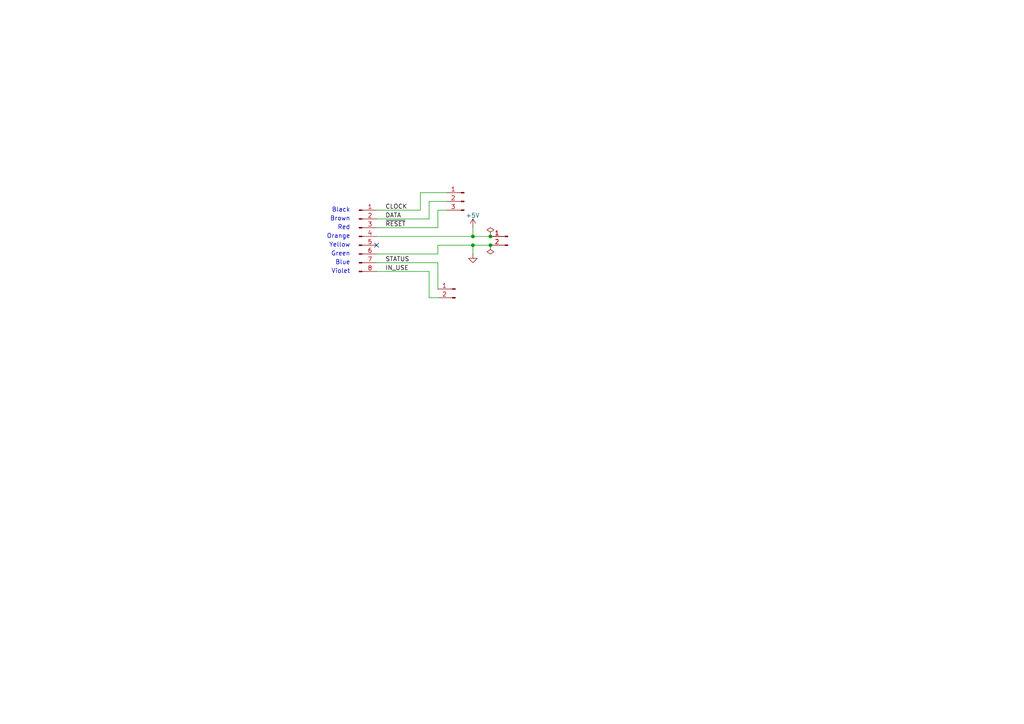
<source format=kicad_sch>
(kicad_sch (version 20250114) (generator "eeschema") (generator_version "9.0")
  (paper "A4")
  (title_block (title "Amiga KeyboardTest RP2350") (date "2026-02-15") (rev "A"))
  (lib_symbols
    (symbol "Connector:Conn_01x02_Pin" (pin_names (offset 1.016) (hide yes))
      (property "Reference" "J" (at 0 2.54 0))
      (property "Value" "Conn_01x02_Pin" (at 0 -5.08 0))
      (symbol "Conn_01x02_Pin_1_1"
        (rectangle (start 0.8636 0.127) (end 0 -0.127) (stroke (width 0.1524)) (fill (type outline)))
        (rectangle (start 0.8636 -2.413) (end 0 -2.667) (stroke (width 0.1524)) (fill (type outline)))
        (polyline (pts (xy 1.27 0) (xy 0.8636 0)) (stroke (width 0.1524)))
        (polyline (pts (xy 1.27 -2.54) (xy 0.8636 -2.54)) (stroke (width 0.1524)))
        (pin passive line (at 5.08 0 180) (length 3.81) (name "Pin_1") (number "1"))
        (pin passive line (at 5.08 -2.54 180) (length 3.81) (name "Pin_2") (number "2"))
      )
    )
    (symbol "Connector:Conn_01x03_Pin" (pin_names (offset 1.016) (hide yes))
      (property "Reference" "J" (at 0 5.08 0))
      (property "Value" "Conn_01x03_Pin" (at 0 -5.08 0))
      (symbol "Conn_01x03_Pin_1_1"
        (rectangle (start 0.8636 2.667) (end 0 2.413) (stroke (width 0.1524)) (fill (type outline)))
        (rectangle (start 0.8636 0.127) (end 0 -0.127) (stroke (width 0.1524)) (fill (type outline)))
        (rectangle (start 0.8636 -2.413) (end 0 -2.667) (stroke (width 0.1524)) (fill (type outline)))
        (polyline (pts (xy 1.27 2.54) (xy 0.8636 2.54)) (stroke (width 0.1524)))
        (polyline (pts (xy 1.27 0) (xy 0.8636 0)) (stroke (width 0.1524)))
        (polyline (pts (xy 1.27 -2.54) (xy 0.8636 -2.54)) (stroke (width 0.1524)))
        (pin passive line (at 5.08 2.54 180) (length 3.81) (name "Pin_1") (number "1"))
        (pin passive line (at 5.08 0 180) (length 3.81) (name "Pin_2") (number "2"))
        (pin passive line (at 5.08 -2.54 180) (length 3.81) (name "Pin_3") (number "3"))
      )
    )
    (symbol "Connector:Conn_01x08_Pin" (pin_names (offset 1.016) (hide yes))
      (property "Reference" "J" (at 0 10.16 0))
      (property "Value" "Conn_01x08_Pin" (at 0 -12.7 0))
      (symbol "Conn_01x08_Pin_1_1"
        (rectangle (start 0.8636 7.747) (end 0 7.493) (stroke (width 0.1524)) (fill (type outline)))
        (rectangle (start 0.8636 5.207) (end 0 4.953) (stroke (width 0.1524)) (fill (type outline)))
        (rectangle (start 0.8636 2.667) (end 0 2.413) (stroke (width 0.1524)) (fill (type outline)))
        (rectangle (start 0.8636 0.127) (end 0 -0.127) (stroke (width 0.1524)) (fill (type outline)))
        (rectangle (start 0.8636 -2.413) (end 0 -2.667) (stroke (width 0.1524)) (fill (type outline)))
        (rectangle (start 0.8636 -4.953) (end 0 -5.207) (stroke (width 0.1524)) (fill (type outline)))
        (rectangle (start 0.8636 -7.493) (end 0 -7.747) (stroke (width 0.1524)) (fill (type outline)))
        (rectangle (start 0.8636 -10.033) (end 0 -10.287) (stroke (width 0.1524)) (fill (type outline)))
        (polyline (pts (xy 1.27 7.62) (xy 0.8636 7.62)) (stroke (width 0.1524)))
        (polyline (pts (xy 1.27 5.08) (xy 0.8636 5.08)) (stroke (width 0.1524)))
        (polyline (pts (xy 1.27 2.54) (xy 0.8636 2.54)) (stroke (width 0.1524)))
        (polyline (pts (xy 1.27 0) (xy 0.8636 0)) (stroke (width 0.1524)))
        (polyline (pts (xy 1.27 -2.54) (xy 0.8636 -2.54)) (stroke (width 0.1524)))
        (polyline (pts (xy 1.27 -5.08) (xy 0.8636 -5.08)) (stroke (width 0.1524)))
        (polyline (pts (xy 1.27 -7.62) (xy 0.8636 -7.62)) (stroke (width 0.1524)))
        (polyline (pts (xy 1.27 -10.16) (xy 0.8636 -10.16)) (stroke (width 0.1524)))
        (pin passive line (at 5.08 7.62 180) (length 3.81) (name "Pin_1") (number "1"))
        (pin passive line (at 5.08 5.08 180) (length 3.81) (name "Pin_2") (number "2"))
        (pin passive line (at 5.08 2.54 180) (length 3.81) (name "Pin_3") (number "3"))
        (pin passive line (at 5.08 0 180) (length 3.81) (name "Pin_4") (number "4"))
        (pin passive line (at 5.08 -2.54 180) (length 3.81) (name "Pin_5") (number "5"))
        (pin passive line (at 5.08 -5.08 180) (length 3.81) (name "Pin_6") (number "6"))
        (pin passive line (at 5.08 -7.62 180) (length 3.81) (name "Pin_7") (number "7"))
        (pin passive line (at 5.08 -10.16 180) (length 3.81) (name "Pin_8") (number "8"))
      )
    )
    (symbol "power:+5V" (power) (pin_numbers (hide yes)) (pin_names (offset 0) (hide yes))
      (property "Value" "+5V" (at 0 3.556 0))
      (symbol "+5V_0_1"
        (polyline (pts (xy -0.762 1.27) (xy 0 2.54)))
        (polyline (pts (xy 0 2.54) (xy 0.762 1.27)))
        (polyline (pts (xy 0 0) (xy 0 2.54)))
      )
      (symbol "+5V_1_1"
        (pin power_in line (at 0 0 90) (length 0) (name "~") (number "1"))
      )
    )
    (symbol "power:GND" (power) (pin_numbers (hide yes)) (pin_names (offset 0) (hide yes))
      (property "Value" "GND" (at 0 -3.81 0))
      (symbol "GND_0_1"
        (polyline (pts (xy 0 0) (xy 0 -1.27) (xy 1.27 -1.27) (xy 0 -2.54) (xy -1.27 -1.27) (xy 0 -1.27)))
      )
      (symbol "GND_1_1"
        (pin power_in line (at 0 0 270) (length 0) (name "~") (number "1"))
      )
    )
    (symbol "power:PWR_FLAG" (power) (pin_numbers (hide yes)) (pin_names (offset 0) (hide yes))
      (property "Value" "PWR_FLAG" (at 0 3.81 0))
      (symbol "PWR_FLAG_0_0"
        (pin power_out line (at 0 0 90) (length 0) (name "~") (number "1"))
      )
      (symbol "PWR_FLAG_0_1"
        (polyline (pts (xy 0 0) (xy 0 1.27) (xy -1.016 1.905) (xy 0 2.54) (xy 1.016 1.905) (xy 0 1.27)))
      )
    )
  )
  (text "Black" (at 101.6 60.96 0) (effects (font (size 1.27 1.27)) (justify right)))
  (text "Red" (at 101.6 66.04 0) (effects (font (size 1.27 1.27)) (justify right)))
  (text "Yellow" (at 101.6 71.12 0) (effects (font (size 1.27 1.27)) (justify right)))
  (text "Green" (at 101.6 73.66 0) (effects (font (size 1.27 1.27)) (justify right)))
  (text "Blue" (at 101.6 76.2 0) (effects (font (size 1.27 1.27)) (justify right)))
  (text "Violet" (at 101.6 78.74 0) (effects (font (size 1.27 1.27)) (justify right)))
  (text "Brown" (at 101.6 63.5 0) (effects (font (size 1.27 1.27)) (justify right)))
  (text "Orange" (at 101.6 68.58 0) (effects (font (size 1.27 1.27)) (justify right)))
  (junction (at 142.24 68.58))
  (junction (at 142.24 71.12))
  (junction (at 137.16 68.58))
  (junction (at 137.16 71.12))
  (no_connect (at 109.22 71.12))
  (wire (pts (xy 109.22 68.58) (xy 137.16 68.58)))
  (wire (pts (xy 109.22 76.2) (xy 127 76.2)))
  (wire (pts (xy 109.22 66.04) (xy 127 66.04)))
  (wire (pts (xy 137.16 68.58) (xy 142.24 68.58)))
  (wire (pts (xy 124.46 86.36) (xy 127 86.36)))
  (wire (pts (xy 121.92 55.88) (xy 129.54 55.88)))
  (wire (pts (xy 137.16 66.04) (xy 137.16 68.58)))
  (wire (pts (xy 127 60.96) (xy 127 66.04)))
  (wire (pts (xy 137.16 71.12) (xy 142.24 71.12)))
  (wire (pts (xy 109.22 63.5) (xy 124.46 63.5)))
  (wire (pts (xy 124.46 58.42) (xy 129.54 58.42)))
  (wire (pts (xy 109.22 60.96) (xy 121.92 60.96)))
  (wire (pts (xy 127 60.96) (xy 129.54 60.96)))
  (wire (pts (xy 124.46 86.36) (xy 124.46 78.74)))
  (wire (pts (xy 127 73.66) (xy 127 71.12)))
  (wire (pts (xy 109.22 73.66) (xy 127 73.66)))
  (wire (pts (xy 127 71.12) (xy 137.16 71.12)))
  (wire (pts (xy 127 83.82) (xy 127 76.2)))
  (wire (pts (xy 137.16 71.12) (xy 137.16 73.66)))
  (wire (pts (xy 124.46 58.42) (xy 124.46 63.5)))
  (wire (pts (xy 109.22 78.74) (xy 124.46 78.74)))
  (wire (pts (xy 121.92 55.88) (xy 121.92 60.96)))
  (label "DATA" (at 111.76 63.5 0))
  (label "~{RESET}" (at 111.76 66.04 0))
  (label "CLOCK" (at 111.76 60.96 0))
  (label "STATUS" (at 111.76 76.2 0))
  (label "IN_USE" (at 111.76 78.74 0))
  (symbol (lib_id "Connector:Conn_01x03_Pin") (at 134.62 58.42 0) (mirror y) (unit 1)
    (property "Reference" "J1" (effects (hide yes)))
    (property "Value" "Conn_01x02_Pin" (effects (hide yes)))
    (property "Footprint" "Connector_PinHeader_2.54mm:PinHeader_1x03_P2.54mm_Vertical" (effects (hide yes)))
    (property "Description" "Generic connector, single row, 01x03, script generated" (effects (hide yes)))
  )
  (symbol (lib_id "power:GND") (at 137.16 73.66 0) (unit 1)
    (property "Reference" "#PWR02" (effects (hide yes)))
    (property "Value" "GND" (effects (hide yes)))
    (property "Description" "Power symbol creates a global label with name \"GND\" , ground" (effects (hide yes)))
  )
  (symbol (lib_id "Connector:Conn_01x08_Pin") (at 104.14 68.58 0) (unit 1)
    (property "Reference" "J3" (effects (hide yes)))
    (property "Value" "A500 Keyboard" (effects (hide yes)))
    (property "Footprint" "Connector_PinHeader_2.54mm:PinHeader_1x08_P2.54mm_Vertical" (effects (hide yes)))
    (property "Description" "Generic connector, single row, 01x08, script generated" (effects (hide yes)))
  )
  (symbol (lib_id "power:PWR_FLAG") (at 142.24 68.58 0) (unit 1)
    (property "Reference" "#FLG01" (effects (hide yes)))
    (property "Value" "PWR_FLAG" (effects (hide yes)))
    (property "Description" "Special symbol for telling ERC where power comes from" (effects (hide yes)))
  )
  (symbol (lib_id "power:+5V") (at 137.16 66.04 0) (unit 1)
    (property "Reference" "#PWR01" (effects (hide yes)))
    (property "Value" "+5V" (at 137.0852 62.4919 0))
    (property "Description" "Power symbol creates a global label with name \"+5V\"" (effects (hide yes)))
  )
  (symbol (lib_id "power:PWR_FLAG") (at 142.24 71.12 0) (mirror x) (unit 1)
    (property "Reference" "#FLG02" (effects (hide yes)))
    (property "Value" "PWR_FLAG" (effects (hide yes)))
    (property "Description" "Special symbol for telling ERC where power comes from" (effects (hide yes)))
  )
  (symbol (lib_id "Connector:Conn_01x02_Pin") (at 132.08 83.82 0) (mirror y) (unit 1)
    (property "Reference" "J5" (effects (hide yes)))
    (property "Value" "Conn_01x02_Pin" (effects (hide yes)))
    (property "Footprint" "Connector_PinHeader_2.54mm:PinHeader_1x02_P2.54mm_Vertical" (effects (hide yes)))
    (property "Description" "Generic connector, single row, 01x02, script generated" (effects (hide yes)))
  )
  (symbol (lib_id "Connector:Conn_01x02_Pin") (at 147.32 68.58 0) (mirror y) (unit 1)
    (property "Reference" "J4" (effects (hide yes)))
    (property "Value" "Conn_01x02_Pin" (effects (hide yes)))
    (property "Footprint" "Connector_PinHeader_2.54mm:PinHeader_1x02_P2.54mm_Vertical" (effects (hide yes)))
    (property "Description" "Generic connector, single row, 01x02, script generated" (effects (hide yes)))
  )
)
</source>
